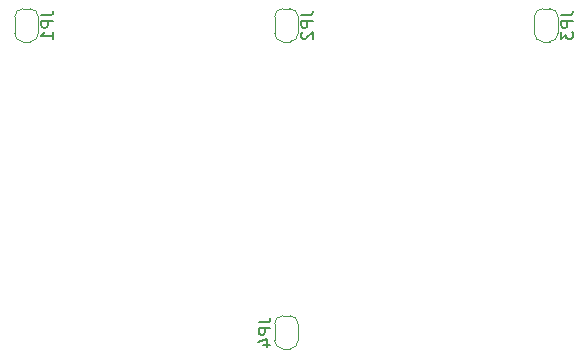
<source format=gbr>
%TF.GenerationSoftware,KiCad,Pcbnew,9.0.0*%
%TF.CreationDate,2025-04-06T00:05:41+02:00*%
%TF.ProjectId,big_muff_pi_front_plate,6269675f-6d75-4666-965f-70695f66726f,rev?*%
%TF.SameCoordinates,Original*%
%TF.FileFunction,Legend,Bot*%
%TF.FilePolarity,Positive*%
%FSLAX46Y46*%
G04 Gerber Fmt 4.6, Leading zero omitted, Abs format (unit mm)*
G04 Created by KiCad (PCBNEW 9.0.0) date 2025-04-06 00:05:41*
%MOMM*%
%LPD*%
G01*
G04 APERTURE LIST*
%ADD10C,0.150000*%
%ADD11C,0.120000*%
G04 APERTURE END LIST*
D10*
X69254819Y-81166666D02*
X69969104Y-81166666D01*
X69969104Y-81166666D02*
X70111961Y-81119047D01*
X70111961Y-81119047D02*
X70207200Y-81023809D01*
X70207200Y-81023809D02*
X70254819Y-80880952D01*
X70254819Y-80880952D02*
X70254819Y-80785714D01*
X70254819Y-81642857D02*
X69254819Y-81642857D01*
X69254819Y-81642857D02*
X69254819Y-82023809D01*
X69254819Y-82023809D02*
X69302438Y-82119047D01*
X69302438Y-82119047D02*
X69350057Y-82166666D01*
X69350057Y-82166666D02*
X69445295Y-82214285D01*
X69445295Y-82214285D02*
X69588152Y-82214285D01*
X69588152Y-82214285D02*
X69683390Y-82166666D01*
X69683390Y-82166666D02*
X69731009Y-82119047D01*
X69731009Y-82119047D02*
X69778628Y-82023809D01*
X69778628Y-82023809D02*
X69778628Y-81642857D01*
X70254819Y-83166666D02*
X70254819Y-82595238D01*
X70254819Y-82880952D02*
X69254819Y-82880952D01*
X69254819Y-82880952D02*
X69397676Y-82785714D01*
X69397676Y-82785714D02*
X69492914Y-82690476D01*
X69492914Y-82690476D02*
X69540533Y-82595238D01*
X87654819Y-107166666D02*
X88369104Y-107166666D01*
X88369104Y-107166666D02*
X88511961Y-107119047D01*
X88511961Y-107119047D02*
X88607200Y-107023809D01*
X88607200Y-107023809D02*
X88654819Y-106880952D01*
X88654819Y-106880952D02*
X88654819Y-106785714D01*
X88654819Y-107642857D02*
X87654819Y-107642857D01*
X87654819Y-107642857D02*
X87654819Y-108023809D01*
X87654819Y-108023809D02*
X87702438Y-108119047D01*
X87702438Y-108119047D02*
X87750057Y-108166666D01*
X87750057Y-108166666D02*
X87845295Y-108214285D01*
X87845295Y-108214285D02*
X87988152Y-108214285D01*
X87988152Y-108214285D02*
X88083390Y-108166666D01*
X88083390Y-108166666D02*
X88131009Y-108119047D01*
X88131009Y-108119047D02*
X88178628Y-108023809D01*
X88178628Y-108023809D02*
X88178628Y-107642857D01*
X87988152Y-109071428D02*
X88654819Y-109071428D01*
X87607200Y-108833333D02*
X88321485Y-108595238D01*
X88321485Y-108595238D02*
X88321485Y-109214285D01*
X91254819Y-81166666D02*
X91969104Y-81166666D01*
X91969104Y-81166666D02*
X92111961Y-81119047D01*
X92111961Y-81119047D02*
X92207200Y-81023809D01*
X92207200Y-81023809D02*
X92254819Y-80880952D01*
X92254819Y-80880952D02*
X92254819Y-80785714D01*
X92254819Y-81642857D02*
X91254819Y-81642857D01*
X91254819Y-81642857D02*
X91254819Y-82023809D01*
X91254819Y-82023809D02*
X91302438Y-82119047D01*
X91302438Y-82119047D02*
X91350057Y-82166666D01*
X91350057Y-82166666D02*
X91445295Y-82214285D01*
X91445295Y-82214285D02*
X91588152Y-82214285D01*
X91588152Y-82214285D02*
X91683390Y-82166666D01*
X91683390Y-82166666D02*
X91731009Y-82119047D01*
X91731009Y-82119047D02*
X91778628Y-82023809D01*
X91778628Y-82023809D02*
X91778628Y-81642857D01*
X91350057Y-82595238D02*
X91302438Y-82642857D01*
X91302438Y-82642857D02*
X91254819Y-82738095D01*
X91254819Y-82738095D02*
X91254819Y-82976190D01*
X91254819Y-82976190D02*
X91302438Y-83071428D01*
X91302438Y-83071428D02*
X91350057Y-83119047D01*
X91350057Y-83119047D02*
X91445295Y-83166666D01*
X91445295Y-83166666D02*
X91540533Y-83166666D01*
X91540533Y-83166666D02*
X91683390Y-83119047D01*
X91683390Y-83119047D02*
X92254819Y-82547619D01*
X92254819Y-82547619D02*
X92254819Y-83166666D01*
X113254819Y-81166666D02*
X113969104Y-81166666D01*
X113969104Y-81166666D02*
X114111961Y-81119047D01*
X114111961Y-81119047D02*
X114207200Y-81023809D01*
X114207200Y-81023809D02*
X114254819Y-80880952D01*
X114254819Y-80880952D02*
X114254819Y-80785714D01*
X114254819Y-81642857D02*
X113254819Y-81642857D01*
X113254819Y-81642857D02*
X113254819Y-82023809D01*
X113254819Y-82023809D02*
X113302438Y-82119047D01*
X113302438Y-82119047D02*
X113350057Y-82166666D01*
X113350057Y-82166666D02*
X113445295Y-82214285D01*
X113445295Y-82214285D02*
X113588152Y-82214285D01*
X113588152Y-82214285D02*
X113683390Y-82166666D01*
X113683390Y-82166666D02*
X113731009Y-82119047D01*
X113731009Y-82119047D02*
X113778628Y-82023809D01*
X113778628Y-82023809D02*
X113778628Y-81642857D01*
X113254819Y-82547619D02*
X113254819Y-83166666D01*
X113254819Y-83166666D02*
X113635771Y-82833333D01*
X113635771Y-82833333D02*
X113635771Y-82976190D01*
X113635771Y-82976190D02*
X113683390Y-83071428D01*
X113683390Y-83071428D02*
X113731009Y-83119047D01*
X113731009Y-83119047D02*
X113826247Y-83166666D01*
X113826247Y-83166666D02*
X114064342Y-83166666D01*
X114064342Y-83166666D02*
X114159580Y-83119047D01*
X114159580Y-83119047D02*
X114207200Y-83071428D01*
X114207200Y-83071428D02*
X114254819Y-82976190D01*
X114254819Y-82976190D02*
X114254819Y-82690476D01*
X114254819Y-82690476D02*
X114207200Y-82595238D01*
X114207200Y-82595238D02*
X114159580Y-82547619D01*
D11*
%TO.C,JP1*%
X67000000Y-81300000D02*
X67000000Y-82700000D01*
X67700000Y-83400000D02*
X68300000Y-83400000D01*
X68300000Y-80600000D02*
X67700000Y-80600000D01*
X69000000Y-82700000D02*
X69000000Y-81300000D01*
X67000000Y-81300000D02*
G75*
G02*
X67700000Y-80600000I700000J0D01*
G01*
X67700000Y-83400000D02*
G75*
G02*
X67000000Y-82700000I-1J699999D01*
G01*
X68300000Y-80600000D02*
G75*
G02*
X69000000Y-81300000I0J-700000D01*
G01*
X69000000Y-82700000D02*
G75*
G02*
X68300000Y-83400000I-699999J-1D01*
G01*
%TO.C,JP4*%
X89000000Y-107300000D02*
X89000000Y-108700000D01*
X89700000Y-109400000D02*
X90300000Y-109400000D01*
X90300000Y-106600000D02*
X89700000Y-106600000D01*
X91000000Y-108700000D02*
X91000000Y-107300000D01*
X89000000Y-107300000D02*
G75*
G02*
X89700000Y-106600000I699999J1D01*
G01*
X89700000Y-109400000D02*
G75*
G02*
X89000000Y-108700000I0J700000D01*
G01*
X90300000Y-106600000D02*
G75*
G02*
X91000000Y-107300000I1J-699999D01*
G01*
X91000000Y-108700000D02*
G75*
G02*
X90300000Y-109400000I-700000J0D01*
G01*
%TO.C,JP2*%
X89000000Y-81300000D02*
X89000000Y-82700000D01*
X89700000Y-83400000D02*
X90300000Y-83400000D01*
X90300000Y-80600000D02*
X89700000Y-80600000D01*
X91000000Y-82700000D02*
X91000000Y-81300000D01*
X89000000Y-81300000D02*
G75*
G02*
X89700000Y-80600000I700000J0D01*
G01*
X89700000Y-83400000D02*
G75*
G02*
X89000000Y-82700000I-1J699999D01*
G01*
X90300000Y-80600000D02*
G75*
G02*
X91000000Y-81300000I0J-700000D01*
G01*
X91000000Y-82700000D02*
G75*
G02*
X90300000Y-83400000I-699999J-1D01*
G01*
%TO.C,JP3*%
X111000000Y-81300000D02*
X111000000Y-82700000D01*
X111700000Y-83400000D02*
X112300000Y-83400000D01*
X112300000Y-80600000D02*
X111700000Y-80600000D01*
X113000000Y-82700000D02*
X113000000Y-81300000D01*
X111000000Y-81300000D02*
G75*
G02*
X111700000Y-80600000I700000J0D01*
G01*
X111700000Y-83400000D02*
G75*
G02*
X111000000Y-82700000I-1J699999D01*
G01*
X112300000Y-80600000D02*
G75*
G02*
X113000000Y-81300000I0J-700000D01*
G01*
X113000000Y-82700000D02*
G75*
G02*
X112300000Y-83400000I-699999J-1D01*
G01*
%TD*%
M02*

</source>
